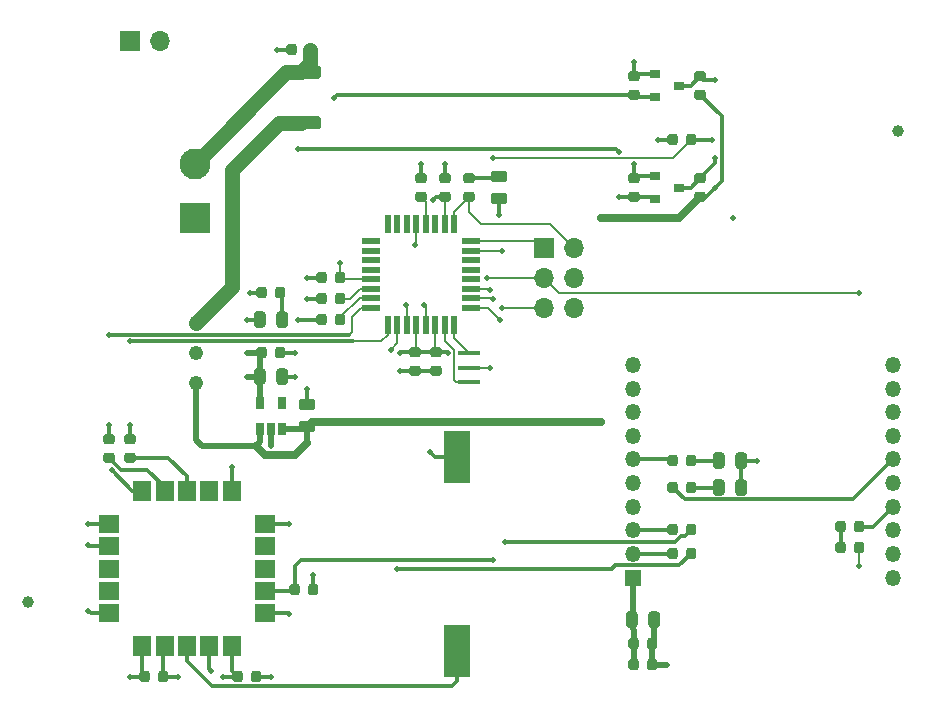
<source format=gbr>
%TF.GenerationSoftware,KiCad,Pcbnew,(5.1.7)-1*%
%TF.CreationDate,2020-12-22T10:31:33-06:00*%
%TF.ProjectId,tracker,74726163-6b65-4722-9e6b-696361645f70,1.0*%
%TF.SameCoordinates,Original*%
%TF.FileFunction,Copper,L1,Top*%
%TF.FilePolarity,Positive*%
%FSLAX46Y46*%
G04 Gerber Fmt 4.6, Leading zero omitted, Abs format (unit mm)*
G04 Created by KiCad (PCBNEW (5.1.7)-1) date 2020-12-22 10:31:33*
%MOMM*%
%LPD*%
G01*
G04 APERTURE LIST*
%TA.AperFunction,SMDPad,CuDef*%
%ADD10R,2.300000X4.500000*%
%TD*%
%TA.AperFunction,SMDPad,CuDef*%
%ADD11C,1.000000*%
%TD*%
%TA.AperFunction,ComponentPad*%
%ADD12R,1.700000X1.700000*%
%TD*%
%TA.AperFunction,ComponentPad*%
%ADD13O,1.700000X1.700000*%
%TD*%
%TA.AperFunction,SMDPad,CuDef*%
%ADD14R,0.900000X0.800000*%
%TD*%
%TA.AperFunction,ComponentPad*%
%ADD15R,2.625000X2.625000*%
%TD*%
%TA.AperFunction,ComponentPad*%
%ADD16C,2.625000*%
%TD*%
%TA.AperFunction,ComponentPad*%
%ADD17R,1.350000X1.350000*%
%TD*%
%TA.AperFunction,ComponentPad*%
%ADD18O,1.350000X1.350000*%
%TD*%
%TA.AperFunction,SMDPad,CuDef*%
%ADD19R,0.550000X1.600000*%
%TD*%
%TA.AperFunction,SMDPad,CuDef*%
%ADD20R,1.600000X0.550000*%
%TD*%
%TA.AperFunction,ComponentPad*%
%ADD21C,1.219200*%
%TD*%
%TA.AperFunction,SMDPad,CuDef*%
%ADD22R,1.500000X1.800000*%
%TD*%
%TA.AperFunction,SMDPad,CuDef*%
%ADD23R,1.800000X1.500000*%
%TD*%
%TA.AperFunction,SMDPad,CuDef*%
%ADD24R,0.650000X1.060000*%
%TD*%
%TA.AperFunction,SMDPad,CuDef*%
%ADD25R,1.900000X0.400000*%
%TD*%
%TA.AperFunction,ViaPad*%
%ADD26C,0.508000*%
%TD*%
%TA.AperFunction,Conductor*%
%ADD27C,0.304800*%
%TD*%
%TA.AperFunction,Conductor*%
%ADD28C,0.508000*%
%TD*%
%TA.AperFunction,Conductor*%
%ADD29C,0.152400*%
%TD*%
%TA.AperFunction,Conductor*%
%ADD30C,1.270000*%
%TD*%
%TA.AperFunction,Conductor*%
%ADD31C,0.635000*%
%TD*%
G04 APERTURE END LIST*
D10*
%TO.P,BT1,1*%
%TO.N,Net-(BT1-Pad1)*%
X149860000Y-141071000D03*
%TO.P,BT1,2*%
%TO.N,RB_GND*%
X149860000Y-124671000D03*
%TD*%
%TO.P,C1,2*%
%TO.N,RB_GND*%
%TA.AperFunction,SMDPad,CuDef*%
G36*
G01*
X149100250Y-101504000D02*
X148587750Y-101504000D01*
G75*
G02*
X148369000Y-101285250I0J218750D01*
G01*
X148369000Y-100847750D01*
G75*
G02*
X148587750Y-100629000I218750J0D01*
G01*
X149100250Y-100629000D01*
G75*
G02*
X149319000Y-100847750I0J-218750D01*
G01*
X149319000Y-101285250D01*
G75*
G02*
X149100250Y-101504000I-218750J0D01*
G01*
G37*
%TD.AperFunction*%
%TO.P,C1,1*%
%TO.N,+3V3*%
%TA.AperFunction,SMDPad,CuDef*%
G36*
G01*
X149100250Y-103079000D02*
X148587750Y-103079000D01*
G75*
G02*
X148369000Y-102860250I0J218750D01*
G01*
X148369000Y-102422750D01*
G75*
G02*
X148587750Y-102204000I218750J0D01*
G01*
X149100250Y-102204000D01*
G75*
G02*
X149319000Y-102422750I0J-218750D01*
G01*
X149319000Y-102860250D01*
G75*
G02*
X149100250Y-103079000I-218750J0D01*
G01*
G37*
%TD.AperFunction*%
%TD*%
%TO.P,C2,1*%
%TO.N,+3V3*%
%TA.AperFunction,SMDPad,CuDef*%
G36*
G01*
X147825750Y-115361000D02*
X148338250Y-115361000D01*
G75*
G02*
X148557000Y-115579750I0J-218750D01*
G01*
X148557000Y-116017250D01*
G75*
G02*
X148338250Y-116236000I-218750J0D01*
G01*
X147825750Y-116236000D01*
G75*
G02*
X147607000Y-116017250I0J218750D01*
G01*
X147607000Y-115579750D01*
G75*
G02*
X147825750Y-115361000I218750J0D01*
G01*
G37*
%TD.AperFunction*%
%TO.P,C2,2*%
%TO.N,RB_GND*%
%TA.AperFunction,SMDPad,CuDef*%
G36*
G01*
X147825750Y-116936000D02*
X148338250Y-116936000D01*
G75*
G02*
X148557000Y-117154750I0J-218750D01*
G01*
X148557000Y-117592250D01*
G75*
G02*
X148338250Y-117811000I-218750J0D01*
G01*
X147825750Y-117811000D01*
G75*
G02*
X147607000Y-117592250I0J218750D01*
G01*
X147607000Y-117154750D01*
G75*
G02*
X147825750Y-116936000I218750J0D01*
G01*
G37*
%TD.AperFunction*%
%TD*%
%TO.P,C3,2*%
%TO.N,RB_GND*%
%TA.AperFunction,SMDPad,CuDef*%
G36*
G01*
X146047750Y-116936000D02*
X146560250Y-116936000D01*
G75*
G02*
X146779000Y-117154750I0J-218750D01*
G01*
X146779000Y-117592250D01*
G75*
G02*
X146560250Y-117811000I-218750J0D01*
G01*
X146047750Y-117811000D01*
G75*
G02*
X145829000Y-117592250I0J218750D01*
G01*
X145829000Y-117154750D01*
G75*
G02*
X146047750Y-116936000I218750J0D01*
G01*
G37*
%TD.AperFunction*%
%TO.P,C3,1*%
%TO.N,+3V3*%
%TA.AperFunction,SMDPad,CuDef*%
G36*
G01*
X146047750Y-115361000D02*
X146560250Y-115361000D01*
G75*
G02*
X146779000Y-115579750I0J-218750D01*
G01*
X146779000Y-116017250D01*
G75*
G02*
X146560250Y-116236000I-218750J0D01*
G01*
X146047750Y-116236000D01*
G75*
G02*
X145829000Y-116017250I0J218750D01*
G01*
X145829000Y-115579750D01*
G75*
G02*
X146047750Y-115361000I218750J0D01*
G01*
G37*
%TD.AperFunction*%
%TD*%
%TO.P,C4,1*%
%TO.N,+3V3*%
%TA.AperFunction,SMDPad,CuDef*%
G36*
G01*
X164183000Y-138886250D02*
X164183000Y-137973750D01*
G75*
G02*
X164426750Y-137730000I243750J0D01*
G01*
X164914250Y-137730000D01*
G75*
G02*
X165158000Y-137973750I0J-243750D01*
G01*
X165158000Y-138886250D01*
G75*
G02*
X164914250Y-139130000I-243750J0D01*
G01*
X164426750Y-139130000D01*
G75*
G02*
X164183000Y-138886250I0J243750D01*
G01*
G37*
%TD.AperFunction*%
%TO.P,C4,2*%
%TO.N,RB_GND*%
%TA.AperFunction,SMDPad,CuDef*%
G36*
G01*
X166058000Y-138886250D02*
X166058000Y-137973750D01*
G75*
G02*
X166301750Y-137730000I243750J0D01*
G01*
X166789250Y-137730000D01*
G75*
G02*
X167033000Y-137973750I0J-243750D01*
G01*
X167033000Y-138886250D01*
G75*
G02*
X166789250Y-139130000I-243750J0D01*
G01*
X166301750Y-139130000D01*
G75*
G02*
X166058000Y-138886250I0J243750D01*
G01*
G37*
%TD.AperFunction*%
%TD*%
%TO.P,C5,1*%
%TO.N,+3V3*%
%TA.AperFunction,SMDPad,CuDef*%
G36*
G01*
X164383000Y-140718250D02*
X164383000Y-140205750D01*
G75*
G02*
X164601750Y-139987000I218750J0D01*
G01*
X165039250Y-139987000D01*
G75*
G02*
X165258000Y-140205750I0J-218750D01*
G01*
X165258000Y-140718250D01*
G75*
G02*
X165039250Y-140937000I-218750J0D01*
G01*
X164601750Y-140937000D01*
G75*
G02*
X164383000Y-140718250I0J218750D01*
G01*
G37*
%TD.AperFunction*%
%TO.P,C5,2*%
%TO.N,RB_GND*%
%TA.AperFunction,SMDPad,CuDef*%
G36*
G01*
X165958000Y-140718250D02*
X165958000Y-140205750D01*
G75*
G02*
X166176750Y-139987000I218750J0D01*
G01*
X166614250Y-139987000D01*
G75*
G02*
X166833000Y-140205750I0J-218750D01*
G01*
X166833000Y-140718250D01*
G75*
G02*
X166614250Y-140937000I-218750J0D01*
G01*
X166176750Y-140937000D01*
G75*
G02*
X165958000Y-140718250I0J218750D01*
G01*
G37*
%TD.AperFunction*%
%TD*%
%TO.P,C6,1*%
%TO.N,Net-(C6-Pad1)*%
%TA.AperFunction,SMDPad,CuDef*%
G36*
G01*
X147068250Y-103079000D02*
X146555750Y-103079000D01*
G75*
G02*
X146337000Y-102860250I0J218750D01*
G01*
X146337000Y-102422750D01*
G75*
G02*
X146555750Y-102204000I218750J0D01*
G01*
X147068250Y-102204000D01*
G75*
G02*
X147287000Y-102422750I0J-218750D01*
G01*
X147287000Y-102860250D01*
G75*
G02*
X147068250Y-103079000I-218750J0D01*
G01*
G37*
%TD.AperFunction*%
%TO.P,C6,2*%
%TO.N,RB_GND*%
%TA.AperFunction,SMDPad,CuDef*%
G36*
G01*
X147068250Y-101504000D02*
X146555750Y-101504000D01*
G75*
G02*
X146337000Y-101285250I0J218750D01*
G01*
X146337000Y-100847750D01*
G75*
G02*
X146555750Y-100629000I218750J0D01*
G01*
X147068250Y-100629000D01*
G75*
G02*
X147287000Y-100847750I0J-218750D01*
G01*
X147287000Y-101285250D01*
G75*
G02*
X147068250Y-101504000I-218750J0D01*
G01*
G37*
%TD.AperFunction*%
%TD*%
%TO.P,C7,1*%
%TO.N,+3V3*%
%TA.AperFunction,SMDPad,CuDef*%
G36*
G01*
X164383000Y-142496250D02*
X164383000Y-141983750D01*
G75*
G02*
X164601750Y-141765000I218750J0D01*
G01*
X165039250Y-141765000D01*
G75*
G02*
X165258000Y-141983750I0J-218750D01*
G01*
X165258000Y-142496250D01*
G75*
G02*
X165039250Y-142715000I-218750J0D01*
G01*
X164601750Y-142715000D01*
G75*
G02*
X164383000Y-142496250I0J218750D01*
G01*
G37*
%TD.AperFunction*%
%TO.P,C7,2*%
%TO.N,RB_GND*%
%TA.AperFunction,SMDPad,CuDef*%
G36*
G01*
X165958000Y-142496250D02*
X165958000Y-141983750D01*
G75*
G02*
X166176750Y-141765000I218750J0D01*
G01*
X166614250Y-141765000D01*
G75*
G02*
X166833000Y-141983750I0J-218750D01*
G01*
X166833000Y-142496250D01*
G75*
G02*
X166614250Y-142715000I-218750J0D01*
G01*
X166176750Y-142715000D01*
G75*
G02*
X165958000Y-142496250I0J218750D01*
G01*
G37*
%TD.AperFunction*%
%TD*%
%TO.P,C8,2*%
%TO.N,Net-(C8-Pad2)*%
%TA.AperFunction,SMDPad,CuDef*%
G36*
G01*
X182784000Y-132077750D02*
X182784000Y-132590250D01*
G75*
G02*
X182565250Y-132809000I-218750J0D01*
G01*
X182127750Y-132809000D01*
G75*
G02*
X181909000Y-132590250I0J218750D01*
G01*
X181909000Y-132077750D01*
G75*
G02*
X182127750Y-131859000I218750J0D01*
G01*
X182565250Y-131859000D01*
G75*
G02*
X182784000Y-132077750I0J-218750D01*
G01*
G37*
%TD.AperFunction*%
%TO.P,C8,1*%
%TO.N,RESET*%
%TA.AperFunction,SMDPad,CuDef*%
G36*
G01*
X184359000Y-132077750D02*
X184359000Y-132590250D01*
G75*
G02*
X184140250Y-132809000I-218750J0D01*
G01*
X183702750Y-132809000D01*
G75*
G02*
X183484000Y-132590250I0J218750D01*
G01*
X183484000Y-132077750D01*
G75*
G02*
X183702750Y-131859000I218750J0D01*
G01*
X184140250Y-131859000D01*
G75*
G02*
X184359000Y-132077750I0J-218750D01*
G01*
G37*
%TD.AperFunction*%
%TD*%
%TO.P,C9,2*%
%TO.N,RB_GND*%
%TA.AperFunction,SMDPad,CuDef*%
G36*
G01*
X123856000Y-142999750D02*
X123856000Y-143512250D01*
G75*
G02*
X123637250Y-143731000I-218750J0D01*
G01*
X123199750Y-143731000D01*
G75*
G02*
X122981000Y-143512250I0J218750D01*
G01*
X122981000Y-142999750D01*
G75*
G02*
X123199750Y-142781000I218750J0D01*
G01*
X123637250Y-142781000D01*
G75*
G02*
X123856000Y-142999750I0J-218750D01*
G01*
G37*
%TD.AperFunction*%
%TO.P,C9,1*%
%TO.N,+3V3*%
%TA.AperFunction,SMDPad,CuDef*%
G36*
G01*
X125431000Y-142999750D02*
X125431000Y-143512250D01*
G75*
G02*
X125212250Y-143731000I-218750J0D01*
G01*
X124774750Y-143731000D01*
G75*
G02*
X124556000Y-143512250I0J218750D01*
G01*
X124556000Y-142999750D01*
G75*
G02*
X124774750Y-142781000I218750J0D01*
G01*
X125212250Y-142781000D01*
G75*
G02*
X125431000Y-142999750I0J-218750D01*
G01*
G37*
%TD.AperFunction*%
%TD*%
%TO.P,C10,2*%
%TO.N,RB_GND*%
%TA.AperFunction,SMDPad,CuDef*%
G36*
G01*
X136302000Y-89913750D02*
X136302000Y-90426250D01*
G75*
G02*
X136083250Y-90645000I-218750J0D01*
G01*
X135645750Y-90645000D01*
G75*
G02*
X135427000Y-90426250I0J218750D01*
G01*
X135427000Y-89913750D01*
G75*
G02*
X135645750Y-89695000I218750J0D01*
G01*
X136083250Y-89695000D01*
G75*
G02*
X136302000Y-89913750I0J-218750D01*
G01*
G37*
%TD.AperFunction*%
%TO.P,C10,1*%
%TO.N,Net-(C10-Pad1)*%
%TA.AperFunction,SMDPad,CuDef*%
G36*
G01*
X137877000Y-89913750D02*
X137877000Y-90426250D01*
G75*
G02*
X137658250Y-90645000I-218750J0D01*
G01*
X137220750Y-90645000D01*
G75*
G02*
X137002000Y-90426250I0J218750D01*
G01*
X137002000Y-89913750D01*
G75*
G02*
X137220750Y-89695000I218750J0D01*
G01*
X137658250Y-89695000D01*
G75*
G02*
X137877000Y-89913750I0J-218750D01*
G01*
G37*
%TD.AperFunction*%
%TD*%
%TO.P,C11,1*%
%TO.N,+3V3*%
%TA.AperFunction,SMDPad,CuDef*%
G36*
G01*
X133305000Y-142999750D02*
X133305000Y-143512250D01*
G75*
G02*
X133086250Y-143731000I-218750J0D01*
G01*
X132648750Y-143731000D01*
G75*
G02*
X132430000Y-143512250I0J218750D01*
G01*
X132430000Y-142999750D01*
G75*
G02*
X132648750Y-142781000I218750J0D01*
G01*
X133086250Y-142781000D01*
G75*
G02*
X133305000Y-142999750I0J-218750D01*
G01*
G37*
%TD.AperFunction*%
%TO.P,C11,2*%
%TO.N,RB_GND*%
%TA.AperFunction,SMDPad,CuDef*%
G36*
G01*
X131730000Y-142999750D02*
X131730000Y-143512250D01*
G75*
G02*
X131511250Y-143731000I-218750J0D01*
G01*
X131073750Y-143731000D01*
G75*
G02*
X130855000Y-143512250I0J218750D01*
G01*
X130855000Y-142999750D01*
G75*
G02*
X131073750Y-142781000I218750J0D01*
G01*
X131511250Y-142781000D01*
G75*
G02*
X131730000Y-142999750I0J-218750D01*
G01*
G37*
%TD.AperFunction*%
%TD*%
%TO.P,C12,2*%
%TO.N,RB_GND*%
%TA.AperFunction,SMDPad,CuDef*%
G36*
G01*
X137616250Y-120708000D02*
X136703750Y-120708000D01*
G75*
G02*
X136460000Y-120464250I0J243750D01*
G01*
X136460000Y-119976750D01*
G75*
G02*
X136703750Y-119733000I243750J0D01*
G01*
X137616250Y-119733000D01*
G75*
G02*
X137860000Y-119976750I0J-243750D01*
G01*
X137860000Y-120464250D01*
G75*
G02*
X137616250Y-120708000I-243750J0D01*
G01*
G37*
%TD.AperFunction*%
%TO.P,C12,1*%
%TO.N,RB_5V*%
%TA.AperFunction,SMDPad,CuDef*%
G36*
G01*
X137616250Y-122583000D02*
X136703750Y-122583000D01*
G75*
G02*
X136460000Y-122339250I0J243750D01*
G01*
X136460000Y-121851750D01*
G75*
G02*
X136703750Y-121608000I243750J0D01*
G01*
X137616250Y-121608000D01*
G75*
G02*
X137860000Y-121851750I0J-243750D01*
G01*
X137860000Y-122339250D01*
G75*
G02*
X137616250Y-122583000I-243750J0D01*
G01*
G37*
%TD.AperFunction*%
%TD*%
%TO.P,C13,1*%
%TO.N,+3V3*%
%TA.AperFunction,SMDPad,CuDef*%
G36*
G01*
X132687000Y-118312250D02*
X132687000Y-117399750D01*
G75*
G02*
X132930750Y-117156000I243750J0D01*
G01*
X133418250Y-117156000D01*
G75*
G02*
X133662000Y-117399750I0J-243750D01*
G01*
X133662000Y-118312250D01*
G75*
G02*
X133418250Y-118556000I-243750J0D01*
G01*
X132930750Y-118556000D01*
G75*
G02*
X132687000Y-118312250I0J243750D01*
G01*
G37*
%TD.AperFunction*%
%TO.P,C13,2*%
%TO.N,RB_GND*%
%TA.AperFunction,SMDPad,CuDef*%
G36*
G01*
X134562000Y-118312250D02*
X134562000Y-117399750D01*
G75*
G02*
X134805750Y-117156000I243750J0D01*
G01*
X135293250Y-117156000D01*
G75*
G02*
X135537000Y-117399750I0J-243750D01*
G01*
X135537000Y-118312250D01*
G75*
G02*
X135293250Y-118556000I-243750J0D01*
G01*
X134805750Y-118556000D01*
G75*
G02*
X134562000Y-118312250I0J243750D01*
G01*
G37*
%TD.AperFunction*%
%TD*%
%TO.P,C14,1*%
%TO.N,+3V3*%
%TA.AperFunction,SMDPad,CuDef*%
G36*
G01*
X132887000Y-116080250D02*
X132887000Y-115567750D01*
G75*
G02*
X133105750Y-115349000I218750J0D01*
G01*
X133543250Y-115349000D01*
G75*
G02*
X133762000Y-115567750I0J-218750D01*
G01*
X133762000Y-116080250D01*
G75*
G02*
X133543250Y-116299000I-218750J0D01*
G01*
X133105750Y-116299000D01*
G75*
G02*
X132887000Y-116080250I0J218750D01*
G01*
G37*
%TD.AperFunction*%
%TO.P,C14,2*%
%TO.N,RB_GND*%
%TA.AperFunction,SMDPad,CuDef*%
G36*
G01*
X134462000Y-116080250D02*
X134462000Y-115567750D01*
G75*
G02*
X134680750Y-115349000I218750J0D01*
G01*
X135118250Y-115349000D01*
G75*
G02*
X135337000Y-115567750I0J-218750D01*
G01*
X135337000Y-116080250D01*
G75*
G02*
X135118250Y-116299000I-218750J0D01*
G01*
X134680750Y-116299000D01*
G75*
G02*
X134462000Y-116080250I0J218750D01*
G01*
G37*
%TD.AperFunction*%
%TD*%
%TO.P,D1,2*%
%TO.N,Net-(D1-Pad2)*%
%TA.AperFunction,SMDPad,CuDef*%
G36*
G01*
X153872250Y-101404000D02*
X152959750Y-101404000D01*
G75*
G02*
X152716000Y-101160250I0J243750D01*
G01*
X152716000Y-100672750D01*
G75*
G02*
X152959750Y-100429000I243750J0D01*
G01*
X153872250Y-100429000D01*
G75*
G02*
X154116000Y-100672750I0J-243750D01*
G01*
X154116000Y-101160250D01*
G75*
G02*
X153872250Y-101404000I-243750J0D01*
G01*
G37*
%TD.AperFunction*%
%TO.P,D1,1*%
%TO.N,RB_GND*%
%TA.AperFunction,SMDPad,CuDef*%
G36*
G01*
X153872250Y-103279000D02*
X152959750Y-103279000D01*
G75*
G02*
X152716000Y-103035250I0J243750D01*
G01*
X152716000Y-102547750D01*
G75*
G02*
X152959750Y-102304000I243750J0D01*
G01*
X153872250Y-102304000D01*
G75*
G02*
X154116000Y-102547750I0J-243750D01*
G01*
X154116000Y-103035250D01*
G75*
G02*
X153872250Y-103279000I-243750J0D01*
G01*
G37*
%TD.AperFunction*%
%TD*%
%TO.P,D2,1*%
%TO.N,RB_GND*%
%TA.AperFunction,SMDPad,CuDef*%
G36*
G01*
X174399000Y-124511750D02*
X174399000Y-125424250D01*
G75*
G02*
X174155250Y-125668000I-243750J0D01*
G01*
X173667750Y-125668000D01*
G75*
G02*
X173424000Y-125424250I0J243750D01*
G01*
X173424000Y-124511750D01*
G75*
G02*
X173667750Y-124268000I243750J0D01*
G01*
X174155250Y-124268000D01*
G75*
G02*
X174399000Y-124511750I0J-243750D01*
G01*
G37*
%TD.AperFunction*%
%TO.P,D2,2*%
%TO.N,Net-(D2-Pad2)*%
%TA.AperFunction,SMDPad,CuDef*%
G36*
G01*
X172524000Y-124511750D02*
X172524000Y-125424250D01*
G75*
G02*
X172280250Y-125668000I-243750J0D01*
G01*
X171792750Y-125668000D01*
G75*
G02*
X171549000Y-125424250I0J243750D01*
G01*
X171549000Y-124511750D01*
G75*
G02*
X171792750Y-124268000I243750J0D01*
G01*
X172280250Y-124268000D01*
G75*
G02*
X172524000Y-124511750I0J-243750D01*
G01*
G37*
%TD.AperFunction*%
%TD*%
%TO.P,D3,2*%
%TO.N,Net-(D3-Pad2)*%
%TA.AperFunction,SMDPad,CuDef*%
G36*
G01*
X172524000Y-126797750D02*
X172524000Y-127710250D01*
G75*
G02*
X172280250Y-127954000I-243750J0D01*
G01*
X171792750Y-127954000D01*
G75*
G02*
X171549000Y-127710250I0J243750D01*
G01*
X171549000Y-126797750D01*
G75*
G02*
X171792750Y-126554000I243750J0D01*
G01*
X172280250Y-126554000D01*
G75*
G02*
X172524000Y-126797750I0J-243750D01*
G01*
G37*
%TD.AperFunction*%
%TO.P,D3,1*%
%TO.N,RB_GND*%
%TA.AperFunction,SMDPad,CuDef*%
G36*
G01*
X174399000Y-126797750D02*
X174399000Y-127710250D01*
G75*
G02*
X174155250Y-127954000I-243750J0D01*
G01*
X173667750Y-127954000D01*
G75*
G02*
X173424000Y-127710250I0J243750D01*
G01*
X173424000Y-126797750D01*
G75*
G02*
X173667750Y-126554000I243750J0D01*
G01*
X174155250Y-126554000D01*
G75*
G02*
X174399000Y-126797750I0J-243750D01*
G01*
G37*
%TD.AperFunction*%
%TD*%
%TO.P,D4,1*%
%TO.N,RB_GND*%
%TA.AperFunction,SMDPad,CuDef*%
G36*
G01*
X132687000Y-113486250D02*
X132687000Y-112573750D01*
G75*
G02*
X132930750Y-112330000I243750J0D01*
G01*
X133418250Y-112330000D01*
G75*
G02*
X133662000Y-112573750I0J-243750D01*
G01*
X133662000Y-113486250D01*
G75*
G02*
X133418250Y-113730000I-243750J0D01*
G01*
X132930750Y-113730000D01*
G75*
G02*
X132687000Y-113486250I0J243750D01*
G01*
G37*
%TD.AperFunction*%
%TO.P,D4,2*%
%TO.N,Net-(D4-Pad2)*%
%TA.AperFunction,SMDPad,CuDef*%
G36*
G01*
X134562000Y-113486250D02*
X134562000Y-112573750D01*
G75*
G02*
X134805750Y-112330000I243750J0D01*
G01*
X135293250Y-112330000D01*
G75*
G02*
X135537000Y-112573750I0J-243750D01*
G01*
X135537000Y-113486250D01*
G75*
G02*
X135293250Y-113730000I-243750J0D01*
G01*
X134805750Y-113730000D01*
G75*
G02*
X134562000Y-113486250I0J243750D01*
G01*
G37*
%TD.AperFunction*%
%TD*%
%TO.P,F1,1*%
%TO.N,Net-(F1-Pad1)*%
%TA.AperFunction,SMDPad,CuDef*%
G36*
G01*
X138102001Y-96934000D02*
X135201999Y-96934000D01*
G75*
G02*
X134952000Y-96684001I0J249999D01*
G01*
X134952000Y-96058999D01*
G75*
G02*
X135201999Y-95809000I249999J0D01*
G01*
X138102001Y-95809000D01*
G75*
G02*
X138352000Y-96058999I0J-249999D01*
G01*
X138352000Y-96684001D01*
G75*
G02*
X138102001Y-96934000I-249999J0D01*
G01*
G37*
%TD.AperFunction*%
%TO.P,F1,2*%
%TO.N,Net-(C10-Pad1)*%
%TA.AperFunction,SMDPad,CuDef*%
G36*
G01*
X138102001Y-92659000D02*
X135201999Y-92659000D01*
G75*
G02*
X134952000Y-92409001I0J249999D01*
G01*
X134952000Y-91783999D01*
G75*
G02*
X135201999Y-91534000I249999J0D01*
G01*
X138102001Y-91534000D01*
G75*
G02*
X138352000Y-91783999I0J-249999D01*
G01*
X138352000Y-92409001D01*
G75*
G02*
X138102001Y-92659000I-249999J0D01*
G01*
G37*
%TD.AperFunction*%
%TD*%
D11*
%TO.P,FID1,*%
%TO.N,*%
X187198000Y-97028000D03*
%TD*%
%TO.P,FID2,*%
%TO.N,*%
X113538000Y-136906000D03*
%TD*%
D12*
%TO.P,J2,1*%
%TO.N,MISO*%
X157226000Y-106934000D03*
D13*
%TO.P,J2,2*%
%TO.N,SCK*%
X159766000Y-106934000D03*
%TO.P,J2,3*%
%TO.N,RESET*%
X157226000Y-109474000D03*
%TO.P,J2,4*%
%TO.N,RB_GND*%
X159766000Y-109474000D03*
%TO.P,J2,5*%
%TO.N,MOSI*%
X157226000Y-112014000D03*
%TO.P,J2,6*%
%TO.N,+3V3*%
X159766000Y-112014000D03*
%TD*%
%TO.P,J4,2*%
%TO.N,Net-(J3-Pad1)*%
X124714000Y-89408000D03*
D12*
%TO.P,J4,1*%
%TO.N,RB_GND*%
X122174000Y-89408000D03*
%TD*%
D14*
%TO.P,Q1,1*%
%TO.N,+3V3*%
X166640000Y-92268000D03*
%TO.P,Q1,2*%
%TO.N,RB_TXO_3V3*%
X166640000Y-94168000D03*
%TO.P,Q1,3*%
%TO.N,RB_TXO*%
X168640000Y-93218000D03*
%TD*%
%TO.P,Q2,3*%
%TO.N,RB_RXI*%
X168640000Y-101854000D03*
%TO.P,Q2,2*%
%TO.N,RB_RXI_3V3*%
X166640000Y-102804000D03*
%TO.P,Q2,1*%
%TO.N,+3V3*%
X166640000Y-100904000D03*
%TD*%
%TO.P,R1,2*%
%TO.N,RB_TXO_3V3*%
%TA.AperFunction,SMDPad,CuDef*%
G36*
G01*
X164589750Y-93568000D02*
X165102250Y-93568000D01*
G75*
G02*
X165321000Y-93786750I0J-218750D01*
G01*
X165321000Y-94224250D01*
G75*
G02*
X165102250Y-94443000I-218750J0D01*
G01*
X164589750Y-94443000D01*
G75*
G02*
X164371000Y-94224250I0J218750D01*
G01*
X164371000Y-93786750D01*
G75*
G02*
X164589750Y-93568000I218750J0D01*
G01*
G37*
%TD.AperFunction*%
%TO.P,R1,1*%
%TO.N,+3V3*%
%TA.AperFunction,SMDPad,CuDef*%
G36*
G01*
X164589750Y-91993000D02*
X165102250Y-91993000D01*
G75*
G02*
X165321000Y-92211750I0J-218750D01*
G01*
X165321000Y-92649250D01*
G75*
G02*
X165102250Y-92868000I-218750J0D01*
G01*
X164589750Y-92868000D01*
G75*
G02*
X164371000Y-92649250I0J218750D01*
G01*
X164371000Y-92211750D01*
G75*
G02*
X164589750Y-91993000I218750J0D01*
G01*
G37*
%TD.AperFunction*%
%TD*%
%TO.P,R2,1*%
%TO.N,RB_5V*%
%TA.AperFunction,SMDPad,CuDef*%
G36*
G01*
X170690250Y-94443000D02*
X170177750Y-94443000D01*
G75*
G02*
X169959000Y-94224250I0J218750D01*
G01*
X169959000Y-93786750D01*
G75*
G02*
X170177750Y-93568000I218750J0D01*
G01*
X170690250Y-93568000D01*
G75*
G02*
X170909000Y-93786750I0J-218750D01*
G01*
X170909000Y-94224250D01*
G75*
G02*
X170690250Y-94443000I-218750J0D01*
G01*
G37*
%TD.AperFunction*%
%TO.P,R2,2*%
%TO.N,RB_TXO*%
%TA.AperFunction,SMDPad,CuDef*%
G36*
G01*
X170690250Y-92868000D02*
X170177750Y-92868000D01*
G75*
G02*
X169959000Y-92649250I0J218750D01*
G01*
X169959000Y-92211750D01*
G75*
G02*
X170177750Y-91993000I218750J0D01*
G01*
X170690250Y-91993000D01*
G75*
G02*
X170909000Y-92211750I0J-218750D01*
G01*
X170909000Y-92649250D01*
G75*
G02*
X170690250Y-92868000I-218750J0D01*
G01*
G37*
%TD.AperFunction*%
%TD*%
%TO.P,R3,2*%
%TO.N,RB_RXI_3V3*%
%TA.AperFunction,SMDPad,CuDef*%
G36*
G01*
X164589750Y-102204000D02*
X165102250Y-102204000D01*
G75*
G02*
X165321000Y-102422750I0J-218750D01*
G01*
X165321000Y-102860250D01*
G75*
G02*
X165102250Y-103079000I-218750J0D01*
G01*
X164589750Y-103079000D01*
G75*
G02*
X164371000Y-102860250I0J218750D01*
G01*
X164371000Y-102422750D01*
G75*
G02*
X164589750Y-102204000I218750J0D01*
G01*
G37*
%TD.AperFunction*%
%TO.P,R3,1*%
%TO.N,+3V3*%
%TA.AperFunction,SMDPad,CuDef*%
G36*
G01*
X164589750Y-100629000D02*
X165102250Y-100629000D01*
G75*
G02*
X165321000Y-100847750I0J-218750D01*
G01*
X165321000Y-101285250D01*
G75*
G02*
X165102250Y-101504000I-218750J0D01*
G01*
X164589750Y-101504000D01*
G75*
G02*
X164371000Y-101285250I0J218750D01*
G01*
X164371000Y-100847750D01*
G75*
G02*
X164589750Y-100629000I218750J0D01*
G01*
G37*
%TD.AperFunction*%
%TD*%
%TO.P,R4,1*%
%TO.N,RB_5V*%
%TA.AperFunction,SMDPad,CuDef*%
G36*
G01*
X170690250Y-103079000D02*
X170177750Y-103079000D01*
G75*
G02*
X169959000Y-102860250I0J218750D01*
G01*
X169959000Y-102422750D01*
G75*
G02*
X170177750Y-102204000I218750J0D01*
G01*
X170690250Y-102204000D01*
G75*
G02*
X170909000Y-102422750I0J-218750D01*
G01*
X170909000Y-102860250D01*
G75*
G02*
X170690250Y-103079000I-218750J0D01*
G01*
G37*
%TD.AperFunction*%
%TO.P,R4,2*%
%TO.N,RB_RXI*%
%TA.AperFunction,SMDPad,CuDef*%
G36*
G01*
X170690250Y-101504000D02*
X170177750Y-101504000D01*
G75*
G02*
X169959000Y-101285250I0J218750D01*
G01*
X169959000Y-100847750D01*
G75*
G02*
X170177750Y-100629000I218750J0D01*
G01*
X170690250Y-100629000D01*
G75*
G02*
X170909000Y-100847750I0J-218750D01*
G01*
X170909000Y-101285250D01*
G75*
G02*
X170690250Y-101504000I-218750J0D01*
G01*
G37*
%TD.AperFunction*%
%TD*%
%TO.P,R5,1*%
%TO.N,+3V3*%
%TA.AperFunction,SMDPad,CuDef*%
G36*
G01*
X137967000Y-109730250D02*
X137967000Y-109217750D01*
G75*
G02*
X138185750Y-108999000I218750J0D01*
G01*
X138623250Y-108999000D01*
G75*
G02*
X138842000Y-109217750I0J-218750D01*
G01*
X138842000Y-109730250D01*
G75*
G02*
X138623250Y-109949000I-218750J0D01*
G01*
X138185750Y-109949000D01*
G75*
G02*
X137967000Y-109730250I0J218750D01*
G01*
G37*
%TD.AperFunction*%
%TO.P,R5,2*%
%TO.N,RESET*%
%TA.AperFunction,SMDPad,CuDef*%
G36*
G01*
X139542000Y-109730250D02*
X139542000Y-109217750D01*
G75*
G02*
X139760750Y-108999000I218750J0D01*
G01*
X140198250Y-108999000D01*
G75*
G02*
X140417000Y-109217750I0J-218750D01*
G01*
X140417000Y-109730250D01*
G75*
G02*
X140198250Y-109949000I-218750J0D01*
G01*
X139760750Y-109949000D01*
G75*
G02*
X139542000Y-109730250I0J218750D01*
G01*
G37*
%TD.AperFunction*%
%TD*%
%TO.P,R6,2*%
%TO.N,Net-(D1-Pad2)*%
%TA.AperFunction,SMDPad,CuDef*%
G36*
G01*
X151132250Y-101504000D02*
X150619750Y-101504000D01*
G75*
G02*
X150401000Y-101285250I0J218750D01*
G01*
X150401000Y-100847750D01*
G75*
G02*
X150619750Y-100629000I218750J0D01*
G01*
X151132250Y-100629000D01*
G75*
G02*
X151351000Y-100847750I0J-218750D01*
G01*
X151351000Y-101285250D01*
G75*
G02*
X151132250Y-101504000I-218750J0D01*
G01*
G37*
%TD.AperFunction*%
%TO.P,R6,1*%
%TO.N,SCK*%
%TA.AperFunction,SMDPad,CuDef*%
G36*
G01*
X151132250Y-103079000D02*
X150619750Y-103079000D01*
G75*
G02*
X150401000Y-102860250I0J218750D01*
G01*
X150401000Y-102422750D01*
G75*
G02*
X150619750Y-102204000I218750J0D01*
G01*
X151132250Y-102204000D01*
G75*
G02*
X151351000Y-102422750I0J-218750D01*
G01*
X151351000Y-102860250D01*
G75*
G02*
X151132250Y-103079000I-218750J0D01*
G01*
G37*
%TD.AperFunction*%
%TD*%
%TO.P,R7,1*%
%TO.N,Net-(C8-Pad2)*%
%TA.AperFunction,SMDPad,CuDef*%
G36*
G01*
X181909000Y-130812250D02*
X181909000Y-130299750D01*
G75*
G02*
X182127750Y-130081000I218750J0D01*
G01*
X182565250Y-130081000D01*
G75*
G02*
X182784000Y-130299750I0J-218750D01*
G01*
X182784000Y-130812250D01*
G75*
G02*
X182565250Y-131031000I-218750J0D01*
G01*
X182127750Y-131031000D01*
G75*
G02*
X181909000Y-130812250I0J218750D01*
G01*
G37*
%TD.AperFunction*%
%TO.P,R7,2*%
%TO.N,Net-(R7-Pad2)*%
%TA.AperFunction,SMDPad,CuDef*%
G36*
G01*
X183484000Y-130812250D02*
X183484000Y-130299750D01*
G75*
G02*
X183702750Y-130081000I218750J0D01*
G01*
X184140250Y-130081000D01*
G75*
G02*
X184359000Y-130299750I0J-218750D01*
G01*
X184359000Y-130812250D01*
G75*
G02*
X184140250Y-131031000I-218750J0D01*
G01*
X183702750Y-131031000D01*
G75*
G02*
X183484000Y-130812250I0J218750D01*
G01*
G37*
%TD.AperFunction*%
%TD*%
%TO.P,R8,2*%
%TO.N,Net-(D2-Pad2)*%
%TA.AperFunction,SMDPad,CuDef*%
G36*
G01*
X169260000Y-125224250D02*
X169260000Y-124711750D01*
G75*
G02*
X169478750Y-124493000I218750J0D01*
G01*
X169916250Y-124493000D01*
G75*
G02*
X170135000Y-124711750I0J-218750D01*
G01*
X170135000Y-125224250D01*
G75*
G02*
X169916250Y-125443000I-218750J0D01*
G01*
X169478750Y-125443000D01*
G75*
G02*
X169260000Y-125224250I0J218750D01*
G01*
G37*
%TD.AperFunction*%
%TO.P,R8,1*%
%TO.N,Net-(R8-Pad1)*%
%TA.AperFunction,SMDPad,CuDef*%
G36*
G01*
X167685000Y-125224250D02*
X167685000Y-124711750D01*
G75*
G02*
X167903750Y-124493000I218750J0D01*
G01*
X168341250Y-124493000D01*
G75*
G02*
X168560000Y-124711750I0J-218750D01*
G01*
X168560000Y-125224250D01*
G75*
G02*
X168341250Y-125443000I-218750J0D01*
G01*
X167903750Y-125443000D01*
G75*
G02*
X167685000Y-125224250I0J218750D01*
G01*
G37*
%TD.AperFunction*%
%TD*%
%TO.P,R9,1*%
%TO.N,Net-(R9-Pad1)*%
%TA.AperFunction,SMDPad,CuDef*%
G36*
G01*
X167685000Y-127510250D02*
X167685000Y-126997750D01*
G75*
G02*
X167903750Y-126779000I218750J0D01*
G01*
X168341250Y-126779000D01*
G75*
G02*
X168560000Y-126997750I0J-218750D01*
G01*
X168560000Y-127510250D01*
G75*
G02*
X168341250Y-127729000I-218750J0D01*
G01*
X167903750Y-127729000D01*
G75*
G02*
X167685000Y-127510250I0J218750D01*
G01*
G37*
%TD.AperFunction*%
%TO.P,R9,2*%
%TO.N,Net-(D3-Pad2)*%
%TA.AperFunction,SMDPad,CuDef*%
G36*
G01*
X169260000Y-127510250D02*
X169260000Y-126997750D01*
G75*
G02*
X169478750Y-126779000I218750J0D01*
G01*
X169916250Y-126779000D01*
G75*
G02*
X170135000Y-126997750I0J-218750D01*
G01*
X170135000Y-127510250D01*
G75*
G02*
X169916250Y-127729000I-218750J0D01*
G01*
X169478750Y-127729000D01*
G75*
G02*
X169260000Y-127510250I0J218750D01*
G01*
G37*
%TD.AperFunction*%
%TD*%
%TO.P,R10,2*%
%TO.N,Net-(R10-Pad2)*%
%TA.AperFunction,SMDPad,CuDef*%
G36*
G01*
X139542000Y-111508250D02*
X139542000Y-110995750D01*
G75*
G02*
X139760750Y-110777000I218750J0D01*
G01*
X140198250Y-110777000D01*
G75*
G02*
X140417000Y-110995750I0J-218750D01*
G01*
X140417000Y-111508250D01*
G75*
G02*
X140198250Y-111727000I-218750J0D01*
G01*
X139760750Y-111727000D01*
G75*
G02*
X139542000Y-111508250I0J218750D01*
G01*
G37*
%TD.AperFunction*%
%TO.P,R10,1*%
%TO.N,RB_TXO_3V3*%
%TA.AperFunction,SMDPad,CuDef*%
G36*
G01*
X137967000Y-111508250D02*
X137967000Y-110995750D01*
G75*
G02*
X138185750Y-110777000I218750J0D01*
G01*
X138623250Y-110777000D01*
G75*
G02*
X138842000Y-110995750I0J-218750D01*
G01*
X138842000Y-111508250D01*
G75*
G02*
X138623250Y-111727000I-218750J0D01*
G01*
X138185750Y-111727000D01*
G75*
G02*
X137967000Y-111508250I0J218750D01*
G01*
G37*
%TD.AperFunction*%
%TD*%
%TO.P,R11,2*%
%TO.N,Net-(R11-Pad2)*%
%TA.AperFunction,SMDPad,CuDef*%
G36*
G01*
X139542000Y-113286250D02*
X139542000Y-112773750D01*
G75*
G02*
X139760750Y-112555000I218750J0D01*
G01*
X140198250Y-112555000D01*
G75*
G02*
X140417000Y-112773750I0J-218750D01*
G01*
X140417000Y-113286250D01*
G75*
G02*
X140198250Y-113505000I-218750J0D01*
G01*
X139760750Y-113505000D01*
G75*
G02*
X139542000Y-113286250I0J218750D01*
G01*
G37*
%TD.AperFunction*%
%TO.P,R11,1*%
%TO.N,RB_RXI_3V3*%
%TA.AperFunction,SMDPad,CuDef*%
G36*
G01*
X137967000Y-113286250D02*
X137967000Y-112773750D01*
G75*
G02*
X138185750Y-112555000I218750J0D01*
G01*
X138623250Y-112555000D01*
G75*
G02*
X138842000Y-112773750I0J-218750D01*
G01*
X138842000Y-113286250D01*
G75*
G02*
X138623250Y-113505000I-218750J0D01*
G01*
X138185750Y-113505000D01*
G75*
G02*
X137967000Y-113286250I0J218750D01*
G01*
G37*
%TD.AperFunction*%
%TD*%
%TO.P,R12,1*%
%TO.N,GPS_RX*%
%TA.AperFunction,SMDPad,CuDef*%
G36*
G01*
X120652250Y-125177000D02*
X120139750Y-125177000D01*
G75*
G02*
X119921000Y-124958250I0J218750D01*
G01*
X119921000Y-124520750D01*
G75*
G02*
X120139750Y-124302000I218750J0D01*
G01*
X120652250Y-124302000D01*
G75*
G02*
X120871000Y-124520750I0J-218750D01*
G01*
X120871000Y-124958250D01*
G75*
G02*
X120652250Y-125177000I-218750J0D01*
G01*
G37*
%TD.AperFunction*%
%TO.P,R12,2*%
%TO.N,Net-(R12-Pad2)*%
%TA.AperFunction,SMDPad,CuDef*%
G36*
G01*
X120652250Y-123602000D02*
X120139750Y-123602000D01*
G75*
G02*
X119921000Y-123383250I0J218750D01*
G01*
X119921000Y-122945750D01*
G75*
G02*
X120139750Y-122727000I218750J0D01*
G01*
X120652250Y-122727000D01*
G75*
G02*
X120871000Y-122945750I0J-218750D01*
G01*
X120871000Y-123383250D01*
G75*
G02*
X120652250Y-123602000I-218750J0D01*
G01*
G37*
%TD.AperFunction*%
%TD*%
%TO.P,R13,2*%
%TO.N,Net-(R13-Pad2)*%
%TA.AperFunction,SMDPad,CuDef*%
G36*
G01*
X122430250Y-123602000D02*
X121917750Y-123602000D01*
G75*
G02*
X121699000Y-123383250I0J218750D01*
G01*
X121699000Y-122945750D01*
G75*
G02*
X121917750Y-122727000I218750J0D01*
G01*
X122430250Y-122727000D01*
G75*
G02*
X122649000Y-122945750I0J-218750D01*
G01*
X122649000Y-123383250D01*
G75*
G02*
X122430250Y-123602000I-218750J0D01*
G01*
G37*
%TD.AperFunction*%
%TO.P,R13,1*%
%TO.N,GPS_TX*%
%TA.AperFunction,SMDPad,CuDef*%
G36*
G01*
X122430250Y-125177000D02*
X121917750Y-125177000D01*
G75*
G02*
X121699000Y-124958250I0J218750D01*
G01*
X121699000Y-124520750D01*
G75*
G02*
X121917750Y-124302000I218750J0D01*
G01*
X122430250Y-124302000D01*
G75*
G02*
X122649000Y-124520750I0J-218750D01*
G01*
X122649000Y-124958250D01*
G75*
G02*
X122430250Y-125177000I-218750J0D01*
G01*
G37*
%TD.AperFunction*%
%TD*%
%TO.P,R14,1*%
%TO.N,XBee_to_Uc*%
%TA.AperFunction,SMDPad,CuDef*%
G36*
G01*
X167685000Y-133098250D02*
X167685000Y-132585750D01*
G75*
G02*
X167903750Y-132367000I218750J0D01*
G01*
X168341250Y-132367000D01*
G75*
G02*
X168560000Y-132585750I0J-218750D01*
G01*
X168560000Y-133098250D01*
G75*
G02*
X168341250Y-133317000I-218750J0D01*
G01*
X167903750Y-133317000D01*
G75*
G02*
X167685000Y-133098250I0J218750D01*
G01*
G37*
%TD.AperFunction*%
%TO.P,R14,2*%
%TO.N,Net-(R14-Pad2)*%
%TA.AperFunction,SMDPad,CuDef*%
G36*
G01*
X169260000Y-133098250D02*
X169260000Y-132585750D01*
G75*
G02*
X169478750Y-132367000I218750J0D01*
G01*
X169916250Y-132367000D01*
G75*
G02*
X170135000Y-132585750I0J-218750D01*
G01*
X170135000Y-133098250D01*
G75*
G02*
X169916250Y-133317000I-218750J0D01*
G01*
X169478750Y-133317000D01*
G75*
G02*
X169260000Y-133098250I0J218750D01*
G01*
G37*
%TD.AperFunction*%
%TD*%
%TO.P,R15,1*%
%TO.N,XBee_from_Uc*%
%TA.AperFunction,SMDPad,CuDef*%
G36*
G01*
X167685000Y-131066250D02*
X167685000Y-130553750D01*
G75*
G02*
X167903750Y-130335000I218750J0D01*
G01*
X168341250Y-130335000D01*
G75*
G02*
X168560000Y-130553750I0J-218750D01*
G01*
X168560000Y-131066250D01*
G75*
G02*
X168341250Y-131285000I-218750J0D01*
G01*
X167903750Y-131285000D01*
G75*
G02*
X167685000Y-131066250I0J218750D01*
G01*
G37*
%TD.AperFunction*%
%TO.P,R15,2*%
%TO.N,Net-(R15-Pad2)*%
%TA.AperFunction,SMDPad,CuDef*%
G36*
G01*
X169260000Y-131066250D02*
X169260000Y-130553750D01*
G75*
G02*
X169478750Y-130335000I218750J0D01*
G01*
X169916250Y-130335000D01*
G75*
G02*
X170135000Y-130553750I0J-218750D01*
G01*
X170135000Y-131066250D01*
G75*
G02*
X169916250Y-131285000I-218750J0D01*
G01*
X169478750Y-131285000D01*
G75*
G02*
X169260000Y-131066250I0J218750D01*
G01*
G37*
%TD.AperFunction*%
%TD*%
%TO.P,R16,1*%
%TO.N,+3V3*%
%TA.AperFunction,SMDPad,CuDef*%
G36*
G01*
X138131000Y-135633750D02*
X138131000Y-136146250D01*
G75*
G02*
X137912250Y-136365000I-218750J0D01*
G01*
X137474750Y-136365000D01*
G75*
G02*
X137256000Y-136146250I0J218750D01*
G01*
X137256000Y-135633750D01*
G75*
G02*
X137474750Y-135415000I218750J0D01*
G01*
X137912250Y-135415000D01*
G75*
G02*
X138131000Y-135633750I0J-218750D01*
G01*
G37*
%TD.AperFunction*%
%TO.P,R16,2*%
%TO.N,GPS_PPS*%
%TA.AperFunction,SMDPad,CuDef*%
G36*
G01*
X136556000Y-135633750D02*
X136556000Y-136146250D01*
G75*
G02*
X136337250Y-136365000I-218750J0D01*
G01*
X135899750Y-136365000D01*
G75*
G02*
X135681000Y-136146250I0J218750D01*
G01*
X135681000Y-135633750D01*
G75*
G02*
X135899750Y-135415000I218750J0D01*
G01*
X136337250Y-135415000D01*
G75*
G02*
X136556000Y-135633750I0J-218750D01*
G01*
G37*
%TD.AperFunction*%
%TD*%
%TO.P,R17,1*%
%TO.N,+3V3*%
%TA.AperFunction,SMDPad,CuDef*%
G36*
G01*
X132887000Y-111000250D02*
X132887000Y-110487750D01*
G75*
G02*
X133105750Y-110269000I218750J0D01*
G01*
X133543250Y-110269000D01*
G75*
G02*
X133762000Y-110487750I0J-218750D01*
G01*
X133762000Y-111000250D01*
G75*
G02*
X133543250Y-111219000I-218750J0D01*
G01*
X133105750Y-111219000D01*
G75*
G02*
X132887000Y-111000250I0J218750D01*
G01*
G37*
%TD.AperFunction*%
%TO.P,R17,2*%
%TO.N,Net-(D4-Pad2)*%
%TA.AperFunction,SMDPad,CuDef*%
G36*
G01*
X134462000Y-111000250D02*
X134462000Y-110487750D01*
G75*
G02*
X134680750Y-110269000I218750J0D01*
G01*
X135118250Y-110269000D01*
G75*
G02*
X135337000Y-110487750I0J-218750D01*
G01*
X135337000Y-111000250D01*
G75*
G02*
X135118250Y-111219000I-218750J0D01*
G01*
X134680750Y-111219000D01*
G75*
G02*
X134462000Y-111000250I0J218750D01*
G01*
G37*
%TD.AperFunction*%
%TD*%
%TO.P,R18,2*%
%TO.N,RB_NetAv*%
%TA.AperFunction,SMDPad,CuDef*%
G36*
G01*
X169260000Y-98046250D02*
X169260000Y-97533750D01*
G75*
G02*
X169478750Y-97315000I218750J0D01*
G01*
X169916250Y-97315000D01*
G75*
G02*
X170135000Y-97533750I0J-218750D01*
G01*
X170135000Y-98046250D01*
G75*
G02*
X169916250Y-98265000I-218750J0D01*
G01*
X169478750Y-98265000D01*
G75*
G02*
X169260000Y-98046250I0J218750D01*
G01*
G37*
%TD.AperFunction*%
%TO.P,R18,1*%
%TO.N,+3V3*%
%TA.AperFunction,SMDPad,CuDef*%
G36*
G01*
X167685000Y-98046250D02*
X167685000Y-97533750D01*
G75*
G02*
X167903750Y-97315000I218750J0D01*
G01*
X168341250Y-97315000D01*
G75*
G02*
X168560000Y-97533750I0J-218750D01*
G01*
X168560000Y-98046250D01*
G75*
G02*
X168341250Y-98265000I-218750J0D01*
G01*
X167903750Y-98265000D01*
G75*
G02*
X167685000Y-98046250I0J218750D01*
G01*
G37*
%TD.AperFunction*%
%TD*%
D15*
%TO.P,SW1,1*%
%TO.N,Net-(J3-Pad1)*%
X127688000Y-104422000D03*
D16*
%TO.P,SW1,2*%
%TO.N,Net-(C10-Pad1)*%
X127688000Y-99822000D03*
%TD*%
D17*
%TO.P,U1,1*%
%TO.N,+3V3*%
X164768000Y-134874000D03*
D18*
%TO.P,U1,20*%
%TO.N,N/C*%
X186768000Y-134874000D03*
%TO.P,U1,2*%
%TO.N,XBee_to_Uc*%
X164768000Y-132874000D03*
%TO.P,U1,19*%
%TO.N,N/C*%
X186768000Y-132874000D03*
%TO.P,U1,3*%
%TO.N,XBee_from_Uc*%
X164768000Y-130874000D03*
%TO.P,U1,18*%
%TO.N,N/C*%
X186768000Y-130874000D03*
%TO.P,U1,4*%
X164768000Y-128874000D03*
%TO.P,U1,17*%
%TO.N,Net-(R7-Pad2)*%
X186768000Y-128874000D03*
%TO.P,U1,5*%
%TO.N,N/C*%
X164768000Y-126874000D03*
%TO.P,U1,16*%
X186768000Y-126874000D03*
%TO.P,U1,6*%
%TO.N,Net-(R8-Pad1)*%
X164768000Y-124874000D03*
%TO.P,U1,15*%
%TO.N,Net-(R9-Pad1)*%
X186768000Y-124874000D03*
%TO.P,U1,7*%
%TO.N,N/C*%
X164768000Y-122874000D03*
%TO.P,U1,14*%
X186768000Y-122874000D03*
%TO.P,U1,8*%
X164768000Y-120874000D03*
%TO.P,U1,13*%
X186768000Y-120874000D03*
%TO.P,U1,9*%
X164768000Y-118874000D03*
%TO.P,U1,12*%
X186768000Y-118874000D03*
%TO.P,U1,10*%
%TO.N,RB_GND*%
X164768000Y-116874000D03*
%TO.P,U1,11*%
%TO.N,N/C*%
X186768000Y-116874000D03*
%TD*%
D19*
%TO.P,U2,1*%
%TO.N,Net-(R13-Pad2)*%
X144012000Y-113470000D03*
%TO.P,U2,2*%
%TO.N,Net-(R14-Pad2)*%
X144812000Y-113470000D03*
%TO.P,U2,3*%
%TO.N,RB_GND*%
X145612000Y-113470000D03*
%TO.P,U2,4*%
%TO.N,+3V3*%
X146412000Y-113470000D03*
%TO.P,U2,5*%
%TO.N,RB_GND*%
X147212000Y-113470000D03*
%TO.P,U2,6*%
%TO.N,+3V3*%
X148012000Y-113470000D03*
%TO.P,U2,7*%
%TO.N,Net-(U2-Pad7)*%
X148812000Y-113470000D03*
%TO.P,U2,8*%
%TO.N,Net-(U2-Pad8)*%
X149612000Y-113470000D03*
D20*
%TO.P,U2,9*%
%TO.N,Net-(R15-Pad2)*%
X151062000Y-112020000D03*
%TO.P,U2,10*%
%TO.N,GPS_PPS*%
X151062000Y-111220000D03*
%TO.P,U2,11*%
%TO.N,RB_NetAv*%
X151062000Y-110420000D03*
%TO.P,U2,12*%
%TO.N,N/C*%
X151062000Y-109620000D03*
%TO.P,U2,13*%
X151062000Y-108820000D03*
%TO.P,U2,14*%
X151062000Y-108020000D03*
%TO.P,U2,15*%
%TO.N,MOSI*%
X151062000Y-107220000D03*
%TO.P,U2,16*%
%TO.N,MISO*%
X151062000Y-106420000D03*
D19*
%TO.P,U2,17*%
%TO.N,SCK*%
X149612000Y-104970000D03*
%TO.P,U2,18*%
%TO.N,+3V3*%
X148812000Y-104970000D03*
%TO.P,U2,19*%
%TO.N,N/C*%
X148012000Y-104970000D03*
%TO.P,U2,20*%
%TO.N,Net-(C6-Pad1)*%
X147212000Y-104970000D03*
%TO.P,U2,21*%
%TO.N,RB_GND*%
X146412000Y-104970000D03*
%TO.P,U2,22*%
%TO.N,N/C*%
X145612000Y-104970000D03*
%TO.P,U2,23*%
X144812000Y-104970000D03*
%TO.P,U2,24*%
X144012000Y-104970000D03*
D20*
%TO.P,U2,25*%
X142562000Y-106420000D03*
%TO.P,U2,26*%
X142562000Y-107220000D03*
%TO.P,U2,27*%
X142562000Y-108020000D03*
%TO.P,U2,28*%
X142562000Y-108820000D03*
%TO.P,U2,29*%
%TO.N,RESET*%
X142562000Y-109620000D03*
%TO.P,U2,30*%
%TO.N,Net-(R10-Pad2)*%
X142562000Y-110420000D03*
%TO.P,U2,31*%
%TO.N,Net-(R11-Pad2)*%
X142562000Y-111220000D03*
%TO.P,U2,32*%
%TO.N,Net-(R12-Pad2)*%
X142562000Y-112020000D03*
%TD*%
D21*
%TO.P,U3,3*%
%TO.N,RB_5V*%
X127762000Y-118364000D03*
%TO.P,U3,2*%
%TO.N,RB_GND*%
X127762000Y-115824000D03*
%TO.P,U3,1*%
%TO.N,Net-(F1-Pad1)*%
X127762000Y-113284000D03*
%TD*%
D22*
%TO.P,U5,1*%
%TO.N,RB_GND*%
X123200000Y-140712000D03*
%TO.P,U5,2*%
%TO.N,+3V3*%
X125100000Y-140712000D03*
%TO.P,U5,3*%
%TO.N,Net-(BT1-Pad1)*%
X127000000Y-140712000D03*
%TO.P,U5,4*%
%TO.N,RB_GND*%
X128900000Y-140712000D03*
%TO.P,U5,5*%
X130800000Y-140712000D03*
D23*
%TO.P,U5,6*%
X133600000Y-137912000D03*
%TO.P,U5,7*%
%TO.N,GPS_PPS*%
X133600000Y-136012000D03*
%TO.P,U5,8*%
%TO.N,N/C*%
X133600000Y-134112000D03*
%TO.P,U5,9*%
X133600000Y-132212000D03*
%TO.P,U5,10*%
%TO.N,RB_GND*%
X133600000Y-130312000D03*
D22*
%TO.P,U5,11*%
X130800000Y-127512000D03*
%TO.P,U5,12*%
%TO.N,N/C*%
X128900000Y-127512000D03*
%TO.P,U5,13*%
%TO.N,GPS_TX*%
X127000000Y-127512000D03*
%TO.P,U5,14*%
%TO.N,GPS_RX*%
X125100000Y-127512000D03*
%TO.P,U5,15*%
%TO.N,RB_GND*%
X123200000Y-127512000D03*
D23*
%TO.P,U5,16*%
X120400000Y-130312000D03*
%TO.P,U5,17*%
%TO.N,+3V3*%
X120400000Y-132212000D03*
%TO.P,U5,18*%
%TO.N,N/C*%
X120400000Y-134112000D03*
%TO.P,U5,19*%
X120400000Y-136012000D03*
%TO.P,U5,20*%
%TO.N,RB_GND*%
X120400000Y-137912000D03*
%TD*%
D24*
%TO.P,U6,1*%
%TO.N,RB_5V*%
X133162000Y-122258000D03*
%TO.P,U6,2*%
%TO.N,RB_GND*%
X134112000Y-122258000D03*
%TO.P,U6,3*%
%TO.N,RB_5V*%
X135062000Y-122258000D03*
%TO.P,U6,4*%
%TO.N,N/C*%
X135062000Y-120058000D03*
%TO.P,U6,5*%
%TO.N,+3V3*%
X133162000Y-120058000D03*
%TD*%
D25*
%TO.P,Y1,1*%
%TO.N,Net-(U2-Pad7)*%
X150876000Y-118294000D03*
%TO.P,Y1,2*%
%TO.N,RB_GND*%
X150876000Y-117094000D03*
%TO.P,Y1,3*%
%TO.N,Net-(U2-Pad8)*%
X150876000Y-115894000D03*
%TD*%
D26*
%TO.N,RB_GND*%
X146812000Y-99822000D03*
X148844000Y-99822000D03*
X153416000Y-104140000D03*
X132080000Y-113030000D03*
X137160000Y-118872000D03*
X136144000Y-117856000D03*
X136144000Y-115824000D03*
X130810000Y-125476000D03*
X135636000Y-130302000D03*
X118618000Y-130302000D03*
X118618000Y-137668000D03*
X122174000Y-143256000D03*
X130048000Y-143256000D03*
X135636000Y-137922000D03*
X175260000Y-124968000D03*
X167640000Y-142240000D03*
X173228000Y-104394000D03*
X145034000Y-117348000D03*
X152654000Y-117094000D03*
X146304000Y-106680000D03*
X147574000Y-124206000D03*
X145542000Y-111760000D03*
X147066000Y-111760000D03*
X134112000Y-123698000D03*
X134620000Y-90170000D03*
X129032000Y-142748000D03*
X120623118Y-125756882D03*
%TO.N,+3V3*%
X137160000Y-109474000D03*
X132334000Y-110744000D03*
X118618000Y-132080000D03*
X134112000Y-143256000D03*
X126238000Y-143256000D03*
X137668000Y-134620000D03*
X164846000Y-91186000D03*
X166878000Y-97790000D03*
X164846000Y-99822000D03*
X145034000Y-115824000D03*
X149098000Y-115824000D03*
X132080000Y-115824000D03*
X132080000Y-117856000D03*
X147828000Y-102870000D03*
%TO.N,RESET*%
X152400000Y-109474000D03*
X139954000Y-108204000D03*
X183896000Y-110744000D03*
X183896000Y-133858000D03*
%TO.N,RB_5V*%
X171704000Y-101854000D03*
X137160000Y-123444000D03*
X162052000Y-121666000D03*
X162052000Y-104394000D03*
%TO.N,RB_RXI*%
X171704000Y-99314000D03*
%TO.N,RB_NetAv*%
X171450000Y-97790000D03*
X152654000Y-110490000D03*
X152908000Y-99314000D03*
%TO.N,RB_TXO*%
X171704000Y-92710000D03*
%TO.N,MOSI*%
X153670000Y-107188000D03*
X153670000Y-112014000D03*
%TO.N,RB_TXO_3V3*%
X139446000Y-94234000D03*
X137160000Y-111252000D03*
%TO.N,RB_RXI_3V3*%
X163576000Y-102616000D03*
X163576000Y-98806000D03*
X136398000Y-98552000D03*
X136398000Y-113030000D03*
%TO.N,Net-(R12-Pad2)*%
X120396000Y-121920000D03*
X120396000Y-114300000D03*
%TO.N,Net-(R13-Pad2)*%
X122174000Y-121920000D03*
X122174000Y-114858800D03*
%TO.N,Net-(R14-Pad2)*%
X144780000Y-134112000D03*
X144272000Y-115570000D03*
%TO.N,Net-(R15-Pad2)*%
X153466800Y-113030000D03*
X153924000Y-131826000D03*
%TO.N,GPS_PPS*%
X152908000Y-133350000D03*
X152908000Y-111252000D03*
%TD*%
D27*
%TO.N,Net-(BT1-Pad1)*%
X127000000Y-141916800D02*
X127000000Y-140712000D01*
X129119010Y-144035810D02*
X127000000Y-141916800D01*
X149860000Y-143625800D02*
X149449990Y-144035810D01*
X149860000Y-141071000D02*
X149860000Y-143625800D01*
X149449990Y-144035810D02*
X129119010Y-144035810D01*
%TO.N,RB_GND*%
X146812000Y-101066500D02*
X146812000Y-99822000D01*
X148844000Y-101066500D02*
X148844000Y-99822000D01*
X153416000Y-102791500D02*
X153416000Y-104140000D01*
X133174500Y-113030000D02*
X132080000Y-113030000D01*
X137160000Y-120220500D02*
X137160000Y-118872000D01*
X135049500Y-117856000D02*
X136144000Y-117856000D01*
X134899500Y-115824000D02*
X136144000Y-115824000D01*
X130800000Y-125486000D02*
X130810000Y-125476000D01*
X130800000Y-127512000D02*
X130800000Y-125486000D01*
X135626000Y-130312000D02*
X135636000Y-130302000D01*
X133600000Y-130312000D02*
X135626000Y-130312000D01*
X118628000Y-130312000D02*
X118618000Y-130302000D01*
X120400000Y-130312000D02*
X118628000Y-130312000D01*
X118862000Y-137912000D02*
X118618000Y-137668000D01*
X120400000Y-137912000D02*
X118862000Y-137912000D01*
X123200000Y-143037500D02*
X123418500Y-143256000D01*
X123200000Y-140712000D02*
X123200000Y-143037500D01*
X123418500Y-143256000D02*
X122174000Y-143256000D01*
X130800000Y-142763500D02*
X131292500Y-143256000D01*
X130800000Y-140712000D02*
X130800000Y-142763500D01*
X131292500Y-143256000D02*
X130048000Y-143256000D01*
X135626000Y-137912000D02*
X135636000Y-137922000D01*
X133600000Y-137912000D02*
X135626000Y-137912000D01*
X173911500Y-127254000D02*
X173911500Y-124968000D01*
X173911500Y-124968000D02*
X175260000Y-124968000D01*
D28*
X166545500Y-140312000D02*
X166395500Y-140462000D01*
X166545500Y-138430000D02*
X166545500Y-140312000D01*
X166395500Y-140462000D02*
X166395500Y-142240000D01*
X166395500Y-142240000D02*
X167640000Y-142240000D01*
D27*
X148082000Y-117373500D02*
X146304000Y-117373500D01*
X145059500Y-117373500D02*
X145034000Y-117348000D01*
X146304000Y-117373500D02*
X145059500Y-117373500D01*
D29*
X150876000Y-117094000D02*
X152654000Y-117094000D01*
X146412000Y-106572000D02*
X146304000Y-106680000D01*
X146412000Y-104970000D02*
X146412000Y-106572000D01*
D27*
X148039000Y-124671000D02*
X147574000Y-124206000D01*
X149860000Y-124671000D02*
X148039000Y-124671000D01*
D29*
X145612000Y-111830000D02*
X145542000Y-111760000D01*
X145612000Y-113470000D02*
X145612000Y-111830000D01*
X147212000Y-111906000D02*
X147066000Y-111760000D01*
X147212000Y-113470000D02*
X147212000Y-111906000D01*
D28*
X134112000Y-122258000D02*
X134112000Y-123698000D01*
D27*
X135864500Y-90170000D02*
X134620000Y-90170000D01*
X128900000Y-142616000D02*
X129032000Y-142748000D01*
X128900000Y-140712000D02*
X128900000Y-142616000D01*
X122378236Y-127512000D02*
X120623118Y-125756882D01*
X123200000Y-127512000D02*
X122378236Y-127512000D01*
%TO.N,+3V3*%
X138404500Y-109474000D02*
X137160000Y-109474000D01*
X133324500Y-110744000D02*
X132334000Y-110744000D01*
X118750000Y-132212000D02*
X118618000Y-132080000D01*
X120400000Y-132212000D02*
X118750000Y-132212000D01*
X132867500Y-143256000D02*
X134112000Y-143256000D01*
X124993500Y-143256000D02*
X126238000Y-143256000D01*
X124993500Y-140818500D02*
X125100000Y-140712000D01*
X124993500Y-143256000D02*
X124993500Y-140818500D01*
X137693500Y-134645500D02*
X137668000Y-134620000D01*
X137693500Y-135890000D02*
X137693500Y-134645500D01*
D28*
X164768000Y-134874000D02*
X164768000Y-139270000D01*
X164820500Y-139322500D02*
X164820500Y-140462000D01*
X164768000Y-139270000D02*
X164820500Y-139322500D01*
X164820500Y-142240000D02*
X164820500Y-140462000D01*
D27*
X165008500Y-92268000D02*
X164846000Y-92430500D01*
X166640000Y-92268000D02*
X165008500Y-92268000D01*
X164846000Y-92430500D02*
X164846000Y-91186000D01*
X168122500Y-97790000D02*
X166878000Y-97790000D01*
X165008500Y-100904000D02*
X164846000Y-101066500D01*
X166640000Y-100904000D02*
X165008500Y-100904000D01*
X164846000Y-101066500D02*
X164846000Y-99822000D01*
X148082000Y-115798500D02*
X146304000Y-115798500D01*
X145059500Y-115798500D02*
X145034000Y-115824000D01*
X146304000Y-115798500D02*
X145059500Y-115798500D01*
X149072500Y-115798500D02*
X149098000Y-115824000D01*
X148082000Y-115798500D02*
X149072500Y-115798500D01*
D29*
X146412000Y-115690500D02*
X146304000Y-115798500D01*
X146412000Y-113470000D02*
X146412000Y-115690500D01*
X148012000Y-115728500D02*
X148082000Y-115798500D01*
X148012000Y-113470000D02*
X148012000Y-115728500D01*
X148812000Y-102673500D02*
X148844000Y-102641500D01*
X148812000Y-104970000D02*
X148812000Y-102673500D01*
D28*
X133162000Y-117868500D02*
X133174500Y-117856000D01*
X133162000Y-120058000D02*
X133162000Y-117868500D01*
X133174500Y-115974000D02*
X133324500Y-115824000D01*
X133174500Y-117856000D02*
X133174500Y-115974000D01*
X133324500Y-115824000D02*
X132080000Y-115824000D01*
X133174500Y-117856000D02*
X132080000Y-117856000D01*
D27*
X148056500Y-102641500D02*
X147828000Y-102870000D01*
X148844000Y-102641500D02*
X148056500Y-102641500D01*
D29*
%TO.N,Net-(C6-Pad1)*%
X147212000Y-103041500D02*
X146812000Y-102641500D01*
X147212000Y-104970000D02*
X147212000Y-103041500D01*
D27*
%TO.N,Net-(C8-Pad2)*%
X182346500Y-132334000D02*
X182346500Y-130556000D01*
D29*
%TO.N,RESET*%
X140125500Y-109620000D02*
X139979500Y-109474000D01*
X142562000Y-109620000D02*
X140125500Y-109620000D01*
X157226000Y-109474000D02*
X152400000Y-109474000D01*
X139954000Y-109448500D02*
X139979500Y-109474000D01*
X139954000Y-108204000D02*
X139954000Y-109448500D01*
X157226000Y-109474000D02*
X158496000Y-110744000D01*
X158496000Y-110744000D02*
X183896000Y-110744000D01*
X183896000Y-132359500D02*
X183921500Y-132334000D01*
X183896000Y-133858000D02*
X183896000Y-132359500D01*
D30*
%TO.N,Net-(C10-Pad1)*%
X135413500Y-92096500D02*
X127688000Y-99822000D01*
X136652000Y-92096500D02*
X135413500Y-92096500D01*
X137439500Y-91309000D02*
X136652000Y-92096500D01*
X137439500Y-90170000D02*
X137439500Y-91309000D01*
D27*
%TO.N,RB_5V*%
X170916500Y-102641500D02*
X171704000Y-101854000D01*
X170434000Y-102641500D02*
X170916500Y-102641500D01*
X172262801Y-101295199D02*
X171704000Y-101854000D01*
X172262801Y-95834301D02*
X172262801Y-101295199D01*
X170434000Y-94005500D02*
X172262801Y-95834301D01*
D28*
X133162000Y-122258000D02*
X133162000Y-123378000D01*
X133162000Y-123378000D02*
X132842000Y-123698000D01*
X132842000Y-123698000D02*
X128270000Y-123698000D01*
X127762000Y-123190000D02*
X127762000Y-118364000D01*
X128270000Y-123698000D02*
X127762000Y-123190000D01*
X136997500Y-122258000D02*
X137160000Y-122095500D01*
X135062000Y-122258000D02*
X136997500Y-122258000D01*
X137160000Y-122095500D02*
X137160000Y-123444000D01*
D31*
X137160000Y-123444000D02*
X136144000Y-124460000D01*
X133604000Y-124460000D02*
X132842000Y-123698000D01*
X136144000Y-124460000D02*
X133604000Y-124460000D01*
X137589500Y-121666000D02*
X162052000Y-121666000D01*
X137160000Y-122095500D02*
X137589500Y-121666000D01*
X168681500Y-104394000D02*
X170434000Y-102641500D01*
X162052000Y-104394000D02*
X168681500Y-104394000D01*
D27*
%TO.N,Net-(D1-Pad2)*%
X153266000Y-101066500D02*
X153416000Y-100916500D01*
X150876000Y-101066500D02*
X153266000Y-101066500D01*
%TO.N,Net-(D2-Pad2)*%
X169697500Y-124968000D02*
X172036500Y-124968000D01*
%TO.N,Net-(D3-Pad2)*%
X169697500Y-127254000D02*
X172036500Y-127254000D01*
%TO.N,Net-(D4-Pad2)*%
X135049500Y-110894000D02*
X134899500Y-110744000D01*
X135049500Y-113030000D02*
X135049500Y-110894000D01*
D30*
%TO.N,Net-(F1-Pad1)*%
X136652000Y-96371500D02*
X134768500Y-96371500D01*
X134768500Y-96371500D02*
X130810000Y-100330000D01*
X130810000Y-110236000D02*
X127762000Y-113284000D01*
X130810000Y-100330000D02*
X130810000Y-110236000D01*
D27*
%TO.N,RB_RXI*%
X169646500Y-101854000D02*
X170434000Y-101066500D01*
X168640000Y-101854000D02*
X169646500Y-101854000D01*
X171704000Y-99796500D02*
X170434000Y-101066500D01*
X171704000Y-99314000D02*
X171704000Y-99796500D01*
%TO.N,RB_NetAv*%
X169697500Y-97790000D02*
X171450000Y-97790000D01*
D29*
X152584000Y-110420000D02*
X152654000Y-110490000D01*
X151062000Y-110420000D02*
X152584000Y-110420000D01*
X168173500Y-99314000D02*
X169697500Y-97790000D01*
X152908000Y-99314000D02*
X168173500Y-99314000D01*
D27*
%TO.N,RB_TXO*%
X170713500Y-92710000D02*
X170434000Y-92430500D01*
X171704000Y-92710000D02*
X170713500Y-92710000D01*
X169646500Y-93218000D02*
X170434000Y-92430500D01*
X168640000Y-93218000D02*
X169646500Y-93218000D01*
D29*
%TO.N,MISO*%
X156712000Y-106420000D02*
X157226000Y-106934000D01*
X151062000Y-106420000D02*
X156712000Y-106420000D01*
%TO.N,SCK*%
X149612000Y-103905500D02*
X150876000Y-102641500D01*
X149612000Y-104970000D02*
X149612000Y-103905500D01*
X150876000Y-102641500D02*
X150876000Y-103886000D01*
X150876000Y-103886000D02*
X151892000Y-104902000D01*
X157734000Y-104902000D02*
X159766000Y-106934000D01*
X151892000Y-104902000D02*
X157734000Y-104902000D01*
%TO.N,MOSI*%
X153638000Y-107220000D02*
X153670000Y-107188000D01*
X151062000Y-107220000D02*
X153638000Y-107220000D01*
X153670000Y-112014000D02*
X157226000Y-112014000D01*
D27*
%TO.N,RB_TXO_3V3*%
X165008500Y-94168000D02*
X164846000Y-94005500D01*
X166640000Y-94168000D02*
X165008500Y-94168000D01*
X139674500Y-94005500D02*
X139446000Y-94234000D01*
X164846000Y-94005500D02*
X139674500Y-94005500D01*
X137160000Y-111252000D02*
X138404500Y-111252000D01*
%TO.N,RB_RXI_3V3*%
X166477500Y-102641500D02*
X166640000Y-102804000D01*
X164846000Y-102641500D02*
X166477500Y-102641500D01*
X163601500Y-102641500D02*
X163576000Y-102616000D01*
X164846000Y-102641500D02*
X163601500Y-102641500D01*
X163322000Y-98552000D02*
X136398000Y-98552000D01*
X163576000Y-98806000D02*
X163322000Y-98552000D01*
X136398000Y-113030000D02*
X138404500Y-113030000D01*
%TO.N,Net-(R7-Pad2)*%
X185086000Y-130556000D02*
X186768000Y-128874000D01*
X183921500Y-130556000D02*
X185086000Y-130556000D01*
%TO.N,Net-(R8-Pad1)*%
X168028500Y-124874000D02*
X168122500Y-124968000D01*
X164768000Y-124874000D02*
X168028500Y-124874000D01*
%TO.N,Net-(R9-Pad1)*%
X183383190Y-128258810D02*
X186768000Y-124874000D01*
X169127310Y-128258810D02*
X183383190Y-128258810D01*
X168122500Y-127254000D02*
X169127310Y-128258810D01*
D29*
%TO.N,Net-(R10-Pad2)*%
X141609600Y-110420000D02*
X140777600Y-111252000D01*
X140777600Y-111252000D02*
X139979500Y-111252000D01*
X142562000Y-110420000D02*
X141609600Y-110420000D01*
%TO.N,Net-(R11-Pad2)*%
X139979500Y-112850100D02*
X139979500Y-113030000D01*
X141609600Y-111220000D02*
X139979500Y-112850100D01*
X142562000Y-111220000D02*
X141609600Y-111220000D01*
D27*
%TO.N,GPS_RX*%
X125100000Y-127213358D02*
X123616642Y-125730000D01*
X125100000Y-127512000D02*
X125100000Y-127213358D01*
X121386500Y-125730000D02*
X120396000Y-124739500D01*
X123616642Y-125730000D02*
X121386500Y-125730000D01*
%TO.N,Net-(R12-Pad2)*%
X120396000Y-123164500D02*
X120396000Y-121920000D01*
X120396000Y-114300000D02*
X140716000Y-114300000D01*
D29*
X142562000Y-112020000D02*
X141726000Y-112020000D01*
X141726000Y-112020000D02*
X140970000Y-112776000D01*
X140969999Y-114046001D02*
X140716000Y-114300000D01*
X140970000Y-112776000D02*
X140969999Y-114046001D01*
%TO.N,Net-(R13-Pad2)*%
X144012000Y-113470000D02*
X144012000Y-114306000D01*
X144012000Y-114306000D02*
X143459200Y-114858800D01*
D27*
X133574728Y-114858800D02*
X141020800Y-114858800D01*
X122174000Y-114858800D02*
X133574728Y-114858800D01*
D29*
X143459200Y-114858800D02*
X141020800Y-114858800D01*
D27*
X122174000Y-123164500D02*
X122174000Y-121920000D01*
%TO.N,GPS_TX*%
X127000000Y-127512000D02*
X127000000Y-127213358D01*
X125432300Y-124739500D02*
X122174000Y-124739500D01*
X127000000Y-126307200D02*
X125432300Y-124739500D01*
X127000000Y-127512000D02*
X127000000Y-126307200D01*
%TO.N,XBee_to_Uc*%
X164800000Y-132842000D02*
X164768000Y-132874000D01*
X168122500Y-132842000D02*
X164800000Y-132842000D01*
%TO.N,Net-(R14-Pad2)*%
X163020504Y-134112000D02*
X144780000Y-134112000D01*
X163278703Y-133853801D02*
X163020504Y-134112000D01*
X168685699Y-133853801D02*
X163278703Y-133853801D01*
X169697500Y-132842000D02*
X168685699Y-133853801D01*
D29*
X144812000Y-115030000D02*
X144272000Y-115570000D01*
X144812000Y-113470000D02*
X144812000Y-115030000D01*
D27*
%TO.N,XBee_from_Uc*%
X164832000Y-130810000D02*
X164768000Y-130874000D01*
X168122500Y-130810000D02*
X164832000Y-130810000D01*
D29*
%TO.N,Net-(R15-Pad2)*%
X152456800Y-112020000D02*
X153466800Y-113030000D01*
X151062000Y-112020000D02*
X152456800Y-112020000D01*
D27*
X169189500Y-131318000D02*
X169697500Y-130810000D01*
X168294127Y-131853801D02*
X168829928Y-131318000D01*
X168829928Y-131318000D02*
X169189500Y-131318000D01*
X164297695Y-131853801D02*
X168294127Y-131853801D01*
X164269894Y-131826000D02*
X164297695Y-131853801D01*
X153924000Y-131826000D02*
X164269894Y-131826000D01*
%TO.N,GPS_PPS*%
X135996500Y-136012000D02*
X136118500Y-135890000D01*
X133600000Y-136012000D02*
X135996500Y-136012000D01*
D29*
X152876000Y-111220000D02*
X152908000Y-111252000D01*
X151062000Y-111220000D02*
X152876000Y-111220000D01*
D27*
X136118500Y-133883500D02*
X136118500Y-135890000D01*
X136652000Y-133350000D02*
X136118500Y-133883500D01*
X152908000Y-133350000D02*
X136652000Y-133350000D01*
D29*
%TO.N,Net-(U2-Pad7)*%
X148812000Y-114823750D02*
X149606000Y-115617750D01*
X148812000Y-113470000D02*
X148812000Y-114823750D01*
X149773600Y-118294000D02*
X150876000Y-118294000D01*
X149606000Y-118126400D02*
X149773600Y-118294000D01*
X149606000Y-115617750D02*
X149606000Y-118126400D01*
%TO.N,Net-(U2-Pad8)*%
X149612000Y-114630000D02*
X150876000Y-115894000D01*
X149612000Y-113470000D02*
X149612000Y-114630000D01*
%TD*%
M02*

</source>
